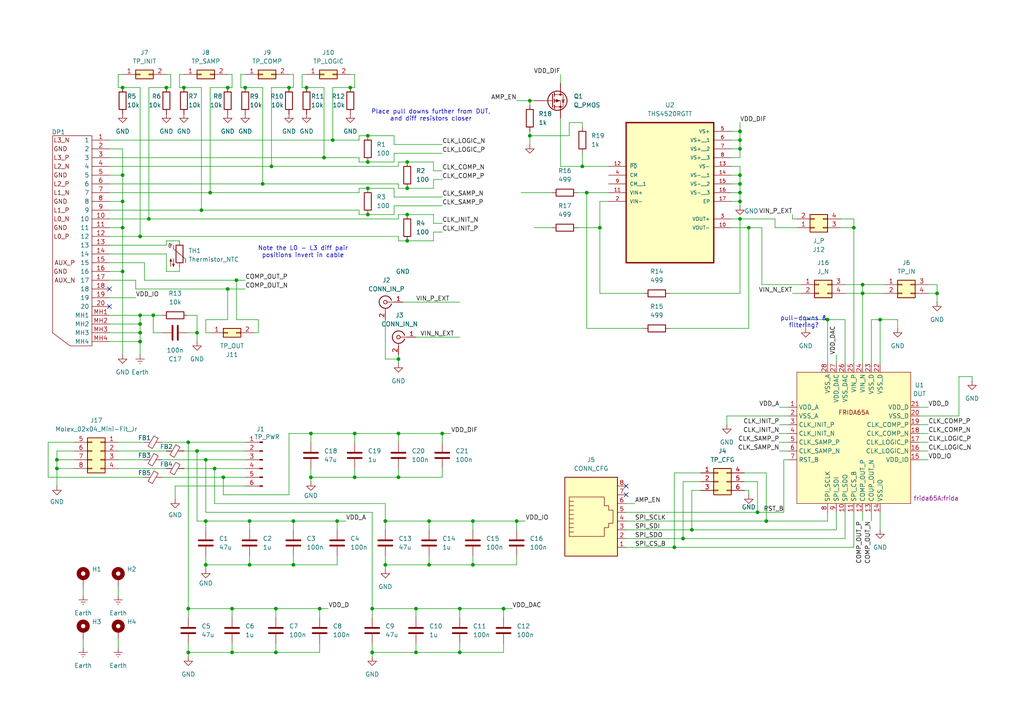
<source format=kicad_sch>
(kicad_sch (version 20250114) (generator "eeschema") (generator_version "9.0")
  (paper "A4")
  (title_block (title "FRIDA65A Single Chip Card") (date "2025-11-11") (rev "1.0") (company "SiLab, Universität Bonn") (comment 1 "K. Caisley, H. Krüger, C. Bespin"))
  (text "Note the L0 - L3 diff pair\npositions invert in cable" (at 87.884 73.152 0) (effects (font (size 1.27 1.27))))
  (text "pull-downs &\nfiltering?" (at 233.172 93.472 0) (effects (font (size 1.27 1.27))))
  (text "Place pull downs further from DUT,\nand diff resistors closer" (at 124.968 33.528 0) (effects (font (size 1.27 1.27))))
  (junction (at 137.16 163.83))
  (junction (at 168.91 48.26))
  (junction (at 173.99 66.04))
  (junction (at 64.77 138.43))
  (junction (at 60.96 55.88))
  (junction (at 80.01 176.53))
  (junction (at 128.27 125.73))
  (junction (at 16.51 133.35))
  (junction (at 58.42 60.96))
  (junction (at 35.56 66.04))
  (junction (at 124.46 163.83))
  (junction (at 153.67 29.21))
  (junction (at 48.26 25.4))
  (junction (at 214.63 38.1))
  (junction (at 54.61 176.53))
  (junction (at 66.04 83.82))
  (junction (at 35.56 78.74))
  (junction (at 250.19 82.55))
  (junction (at 67.31 189.23))
  (junction (at 83.82 25.4))
  (junction (at 85.09 151.13))
  (junction (at 106.68 62.23))
  (junction (at 102.87 125.73))
  (junction (at 118.11 69.85))
  (junction (at 57.15 96.52))
  (junction (at 35.56 25.4))
  (junction (at 78.74 48.26))
  (junction (at 111.76 151.13))
  (junction (at 124.46 151.13))
  (junction (at 214.63 63.5))
  (junction (at 59.69 133.35))
  (junction (at 120.65 189.23))
  (junction (at 217.17 66.04))
  (junction (at 40.64 68.58))
  (junction (at 80.01 189.23))
  (junction (at 40.64 99.06))
  (junction (at 222.25 151.13))
  (junction (at 118.11 62.23))
  (junction (at 59.69 151.13))
  (junction (at 72.39 163.83))
  (junction (at 133.35 189.23))
  (junction (at 107.95 176.53))
  (junction (at 68.58 81.28))
  (junction (at 53.34 25.4))
  (junction (at 90.17 138.43))
  (junction (at 250.19 85.09))
  (junction (at 54.61 128.27))
  (junction (at 271.78 85.09))
  (junction (at 219.71 148.59))
  (junction (at 247.65 66.04))
  (junction (at 214.63 40.64))
  (junction (at 93.98 45.72))
  (junction (at 137.16 151.13))
  (junction (at 111.76 163.83))
  (junction (at 62.23 135.89))
  (junction (at 67.31 176.53))
  (junction (at 153.67 39.37))
  (junction (at 214.63 58.42))
  (junction (at 120.65 176.53))
  (junction (at 195.58 158.75))
  (junction (at 101.6 25.4))
  (junction (at 214.63 43.18))
  (junction (at 54.61 189.23))
  (junction (at 96.52 40.64))
  (junction (at 76.2 53.34))
  (junction (at 43.18 63.5))
  (junction (at 133.35 176.53))
  (junction (at 102.87 138.43))
  (junction (at 44.45 91.44))
  (junction (at 35.56 50.8))
  (junction (at 40.64 96.52))
  (junction (at 97.79 151.13))
  (junction (at 71.12 25.4))
  (junction (at 214.63 50.8))
  (junction (at 240.03 92.71))
  (junction (at 90.17 125.73))
  (junction (at 106.68 54.61))
  (junction (at 198.12 156.21))
  (junction (at 200.66 153.67))
  (junction (at 40.64 93.98))
  (junction (at 149.86 151.13))
  (junction (at 59.69 163.83))
  (junction (at 66.04 25.4))
  (junction (at 88.9 25.4))
  (junction (at 106.68 39.37))
  (junction (at 107.95 189.23))
  (junction (at 118.11 54.61))
  (junction (at 118.11 46.99))
  (junction (at 115.57 104.14))
  (junction (at 92.71 176.53))
  (junction (at 214.63 53.34))
  (junction (at 146.05 176.53))
  (junction (at 16.51 135.89))
  (junction (at 115.57 125.73))
  (junction (at 170.18 55.88))
  (junction (at 115.57 138.43))
  (junction (at 85.09 163.83))
  (junction (at 35.56 58.42))
  (junction (at 106.68 46.99))
  (junction (at 57.15 130.81))
  (junction (at 40.64 91.44))
  (junction (at 72.39 151.13))
  (junction (at 214.63 55.88))
  (junction (at 255.27 92.71))
  (no_connect (at 181.61 143.51))
  (no_connect (at 31.75 83.82))
  (no_connect (at 181.61 140.97))
  (no_connect (at 31.75 88.9))
  (wire (pts (xy 83.82 125.73) (xy 90.17 125.73)))
  (wire (pts (xy 60.96 25.4) (xy 66.04 25.4)))
  (wire (pts (xy 58.42 60.96) (xy 104.14 60.96)))
  (wire (pts (xy 93.98 45.72) (xy 104.14 45.72)))
  (wire (pts (xy 124.46 163.83) (xy 137.16 163.83)))
  (wire (pts (xy 240.03 148.59) (xy 240.03 151.13)))
  (wire (pts (xy 31.75 91.44) (xy 40.64 91.44)))
  (wire (pts (xy 31.75 58.42) (xy 35.56 58.42)))
  (wire (pts (xy 46.99 133.35) (xy 59.69 133.35)))
  (wire (pts (xy 242.57 148.59) (xy 242.57 153.67)))
  (wire (pts (xy 59.69 163.83) (xy 59.69 165.1)))
  (wire (pts (xy 153.67 29.21) (xy 153.67 30.48)))
  (wire (pts (xy 195.58 158.75) (xy 195.58 137.16)))
  (wire (pts (xy 124.46 151.13) (xy 137.16 151.13)))
  (wire (pts (xy 71.12 21.59) (xy 69.85 21.59)))
  (wire (pts (xy 52.07 25.4) (xy 53.34 25.4)))
  (wire (pts (xy 247.65 148.59) (xy 247.65 158.75)))
  (wire (pts (xy 153.67 39.37) (xy 153.67 41.91)))
  (wire (pts (xy 200.66 142.24) (xy 200.66 153.67)))
  (wire (pts (xy 104.14 60.96) (xy 104.14 62.23)))
  (wire (pts (xy 49.53 21.59) (xy 49.53 25.4)))
  (wire (pts (xy 125.73 54.61) (xy 125.73 52.07)))
  (wire (pts (xy 118.11 46.99) (xy 125.73 46.99)))
  (wire (pts (xy 219.71 148.59) (xy 227.33 148.59)))
  (wire (pts (xy 217.17 142.24) (xy 217.17 143.51)))
  (wire (pts (xy 80.01 189.23) (xy 92.71 189.23)))
  (wire (pts (xy 16.51 135.89) (xy 21.59 135.89)))
  (wire (pts (xy 31.75 76.2) (xy 41.91 76.2)))
  (wire (pts (xy 39.37 83.82) (xy 66.04 83.82)))
  (wire (pts (xy 167.64 66.04) (xy 173.99 66.04)))
  (wire (pts (xy 48.26 69.85) (xy 52.07 69.85)))
  (wire (pts (xy 214.63 53.34) (xy 214.63 55.88)))
  (wire (pts (xy 104.14 40.64) (xy 104.14 39.37)))
  (wire (pts (xy 118.11 62.23) (xy 125.73 62.23)))
  (wire (pts (xy 227.33 133.35) (xy 227.33 148.59)))
  (wire (pts (xy 90.17 138.43) (xy 90.17 139.7)))
  (wire (pts (xy 64.77 138.43) (xy 71.12 138.43)))
  (wire (pts (xy 85.09 21.59) (xy 85.09 25.4)))
  (wire (pts (xy 194.31 85.09) (xy 214.63 85.09)))
  (wire (pts (xy 200.66 153.67) (xy 242.57 153.67)))
  (wire (pts (xy 214.63 48.26) (xy 214.63 50.8)))
  (wire (pts (xy 54.61 189.23) (xy 67.31 189.23)))
  (wire (pts (xy 250.19 85.09) (xy 250.19 105.41)))
  (wire (pts (xy 64.77 143.51) (xy 83.82 143.51)))
  (wire (pts (xy 101.6 21.59) (xy 102.87 21.59)))
  (wire (pts (xy 240.03 92.71) (xy 245.11 92.71)))
  (wire (pts (xy 115.57 135.89) (xy 115.57 138.43)))
  (wire (pts (xy 115.57 104.14) (xy 115.57 105.41)))
  (wire (pts (xy 64.77 138.43) (xy 46.99 138.43)))
  (wire (pts (xy 54.61 186.69) (xy 54.61 189.23)))
  (wire (pts (xy 68.58 81.28) (xy 71.12 81.28)))
  (wire (pts (xy 31.75 63.5) (xy 43.18 63.5)))
  (wire (pts (xy 41.91 81.28) (xy 68.58 81.28)))
  (wire (pts (xy 62.23 135.89) (xy 62.23 146.05)))
  (wire (pts (xy 59.69 161.29) (xy 59.69 163.83)))
  (wire (pts (xy 120.65 189.23) (xy 133.35 189.23)))
  (wire (pts (xy 104.14 62.23) (xy 106.68 62.23)))
  (wire (pts (xy 85.09 161.29) (xy 85.09 163.83)))
  (wire (pts (xy 114.3 41.91) (xy 128.27 41.91)))
  (wire (pts (xy 40.64 96.52) (xy 40.64 99.06)))
  (wire (pts (xy 57.15 130.81) (xy 71.12 130.81)))
  (wire (pts (xy 104.14 46.99) (xy 106.68 46.99)))
  (wire (pts (xy 93.98 25.4) (xy 93.98 45.72)))
  (wire (pts (xy 137.16 161.29) (xy 137.16 163.83)))
  (wire (pts (xy 154.94 66.04) (xy 160.02 66.04)))
  (wire (pts (xy 31.75 71.12) (xy 48.26 71.12)))
  (wire (pts (xy 114.3 62.23) (xy 114.3 59.69)))
  (wire (pts (xy 104.14 54.61) (xy 106.68 54.61)))
  (wire (pts (xy 107.95 190.5) (xy 107.95 189.23)))
  (wire (pts (xy 153.67 29.21) (xy 154.94 29.21)))
  (wire (pts (xy 40.64 68.58) (xy 115.57 68.58)))
  (wire (pts (xy 212.09 38.1) (xy 214.63 38.1)))
  (wire (pts (xy 215.9 142.24) (xy 217.17 142.24)))
  (wire (pts (xy 16.51 135.89) (xy 16.51 140.97)))
  (wire (pts (xy 72.39 161.29) (xy 72.39 163.83)))
  (wire (pts (xy 125.73 67.31) (xy 128.27 67.31)))
  (wire (pts (xy 115.57 62.23) (xy 118.11 62.23)))
  (wire (pts (xy 59.69 96.52) (xy 59.69 92.71)))
  (wire (pts (xy 260.35 92.71) (xy 260.35 95.25)))
  (wire (pts (xy 137.16 163.83) (xy 149.86 163.83)))
  (wire (pts (xy 21.59 130.81) (xy 16.51 130.81)))
  (wire (pts (xy 233.68 92.71) (xy 233.68 95.25)))
  (wire (pts (xy 224.79 63.5) (xy 214.63 63.5)))
  (wire (pts (xy 128.27 125.73) (xy 128.27 128.27)))
  (wire (pts (xy 198.12 156.21) (xy 245.11 156.21)))
  (wire (pts (xy 60.96 55.88) (xy 104.14 55.88)))
  (wire (pts (xy 60.96 25.4) (xy 60.96 55.88)))
  (wire (pts (xy 137.16 151.13) (xy 149.86 151.13)))
  (wire (pts (xy 281.94 109.22) (xy 281.94 110.49)))
  (wire (pts (xy 226.06 123.19) (xy 228.6 123.19)))
  (wire (pts (xy 40.64 91.44) (xy 40.64 93.98)))
  (wire (pts (xy 31.75 60.96) (xy 58.42 60.96)))
  (wire (pts (xy 212.09 66.04) (xy 217.17 66.04)))
  (wire (pts (xy 78.74 25.4) (xy 83.82 25.4)))
  (wire (pts (xy 133.35 186.69) (xy 133.35 189.23)))
  (wire (pts (xy 83.82 143.51) (xy 83.82 125.73)))
  (wire (pts (xy 106.68 54.61) (xy 114.3 54.61)))
  (wire (pts (xy 87.63 21.59) (xy 87.63 25.4)))
  (wire (pts (xy 74.93 96.52) (xy 74.93 92.71)))
  (wire (pts (xy 115.57 125.73) (xy 115.57 128.27)))
  (wire (pts (xy 115.57 102.87) (xy 115.57 104.14)))
  (wire (pts (xy 46.99 96.52) (xy 44.45 96.52)))
  (wire (pts (xy 31.75 53.34) (xy 76.2 53.34)))
  (wire (pts (xy 50.8 140.97) (xy 71.12 140.97)))
  (wire (pts (xy 72.39 151.13) (xy 72.39 153.67)))
  (wire (pts (xy 146.05 176.53) (xy 146.05 179.07)))
  (wire (pts (xy 13.97 128.27) (xy 13.97 138.43)))
  (wire (pts (xy 114.3 54.61) (xy 114.3 57.15)))
  (wire (pts (xy 57.15 130.81) (xy 57.15 151.13)))
  (wire (pts (xy 245.11 85.09) (xy 250.19 85.09)))
  (wire (pts (xy 24.13 170.18) (xy 24.13 172.72)))
  (wire (pts (xy 149.86 151.13) (xy 149.86 153.67)))
  (wire (pts (xy 69.85 25.4) (xy 71.12 25.4)))
  (wire (pts (xy 215.9 137.16) (xy 222.25 137.16)))
  (wire (pts (xy 214.63 50.8) (xy 214.63 53.34)))
  (wire (pts (xy 210.82 120.65) (xy 228.6 120.65)))
  (wire (pts (xy 85.09 151.13) (xy 97.79 151.13)))
  (wire (pts (xy 62.23 135.89) (xy 71.12 135.89)))
  (wire (pts (xy 57.15 91.44) (xy 57.15 96.52)))
  (wire (pts (xy 90.17 138.43) (xy 102.87 138.43)))
  (wire (pts (xy 250.19 148.59) (xy 250.19 151.13)))
  (wire (pts (xy 226.06 130.81) (xy 228.6 130.81)))
  (wire (pts (xy 165.1 39.37) (xy 165.1 35.56)))
  (wire (pts (xy 85.09 151.13) (xy 85.09 153.67)))
  (wire (pts (xy 173.99 58.42) (xy 176.53 58.42)))
  (wire (pts (xy 104.14 45.72) (xy 104.14 46.99)))
  (wire (pts (xy 269.24 85.09) (xy 271.78 85.09)))
  (wire (pts (xy 186.69 95.25) (xy 170.18 95.25)))
  (wire (pts (xy 97.79 151.13) (xy 97.79 153.67)))
  (wire (pts (xy 229.87 63.5) (xy 231.14 63.5)))
  (wire (pts (xy 229.87 62.23) (xy 229.87 63.5)))
  (wire (pts (xy 120.65 97.79) (xy 133.35 97.79)))
  (wire (pts (xy 53.34 135.89) (xy 62.23 135.89)))
  (wire (pts (xy 115.57 46.99) (xy 118.11 46.99)))
  (wire (pts (xy 125.73 62.23) (xy 125.73 64.77)))
  (wire (pts (xy 34.29 170.18) (xy 34.29 172.72)))
  (wire (pts (xy 114.3 39.37) (xy 114.3 41.91)))
  (wire (pts (xy 146.05 186.69) (xy 146.05 189.23)))
  (wire (pts (xy 48.26 21.59) (xy 49.53 21.59)))
  (wire (pts (xy 31.75 86.36) (xy 39.37 86.36)))
  (wire (pts (xy 146.05 176.53) (xy 148.59 176.53)))
  (wire (pts (xy 278.13 109.22) (xy 278.13 120.65)))
  (wire (pts (xy 195.58 158.75) (xy 247.65 158.75)))
  (wire (pts (xy 153.67 38.1) (xy 153.67 39.37)))
  (wire (pts (xy 125.73 46.99) (xy 125.73 49.53)))
  (wire (pts (xy 40.64 91.44) (xy 44.45 91.44)))
  (wire (pts (xy 111.76 163.83) (xy 111.76 165.1)))
  (wire (pts (xy 181.61 146.05) (xy 184.15 146.05)))
  (wire (pts (xy 106.68 39.37) (xy 104.14 39.37)))
  (wire (pts (xy 92.71 176.53) (xy 92.71 179.07)))
  (wire (pts (xy 224.79 66.04) (xy 231.14 66.04)))
  (wire (pts (xy 120.65 176.53) (xy 120.65 179.07)))
  (wire (pts (xy 168.91 35.56) (xy 168.91 36.83)))
  (wire (pts (xy 181.61 151.13) (xy 222.25 151.13)))
  (wire (pts (xy 87.63 25.4) (xy 88.9 25.4)))
  (wire (pts (xy 101.6 25.4) (xy 102.87 25.4)))
  (wire (pts (xy 240.03 92.71) (xy 240.03 105.41)))
  (wire (pts (xy 115.57 53.34) (xy 115.57 54.61)))
  (wire (pts (xy 90.17 125.73) (xy 102.87 125.73)))
  (wire (pts (xy 59.69 133.35) (xy 59.69 148.59)))
  (wire (pts (xy 247.65 63.5) (xy 247.65 66.04)))
  (wire (pts (xy 13.97 128.27) (xy 21.59 128.27)))
  (wire (pts (xy 66.04 83.82) (xy 71.12 83.82)))
  (wire (pts (xy 212.09 40.64) (xy 214.63 40.64)))
  (wire (pts (xy 111.76 151.13) (xy 124.46 151.13)))
  (wire (pts (xy 41.91 76.2) (xy 41.91 81.28)))
  (wire (pts (xy 217.17 66.04) (xy 217.17 95.25)))
  (wire (pts (xy 102.87 125.73) (xy 102.87 128.27)))
  (wire (pts (xy 252.73 148.59) (xy 252.73 151.13)))
  (wire (pts (xy 34.29 21.59) (xy 34.29 25.4)))
  (wire (pts (xy 83.82 21.59) (xy 85.09 21.59)))
  (wire (pts (xy 31.75 45.72) (xy 93.98 45.72)))
  (wire (pts (xy 170.18 95.25) (xy 170.18 55.88)))
  (wire (pts (xy 243.84 66.04) (xy 247.65 66.04)))
  (wire (pts (xy 212.09 50.8) (xy 214.63 50.8)))
  (wire (pts (xy 149.86 161.29) (xy 149.86 163.83)))
  (wire (pts (xy 35.56 43.18) (xy 35.56 50.8)))
  (wire (pts (xy 125.73 52.07) (xy 128.27 52.07)))
  (wire (pts (xy 214.63 43.18) (xy 214.63 40.64)))
  (wire (pts (xy 167.64 55.88) (xy 170.18 55.88)))
  (wire (pts (xy 74.93 92.71) (xy 68.58 92.71)))
  (wire (pts (xy 24.13 185.42) (xy 24.13 187.96)))
  (wire (pts (xy 220.98 82.55) (xy 232.41 82.55)))
  (wire (pts (xy 194.31 95.25) (xy 217.17 95.25)))
  (wire (pts (xy 133.35 176.53) (xy 146.05 176.53)))
  (wire (pts (xy 124.46 151.13) (xy 124.46 153.67)))
  (wire (pts (xy 220.98 66.04) (xy 220.98 82.55)))
  (wire (pts (xy 39.37 81.28) (xy 39.37 83.82)))
  (wire (pts (xy 125.73 69.85) (xy 125.73 67.31)))
  (wire (pts (xy 54.61 96.52) (xy 57.15 96.52)))
  (wire (pts (xy 62.23 146.05) (xy 111.76 146.05)))
  (wire (pts (xy 31.75 66.04) (xy 35.56 66.04)))
  (wire (pts (xy 67.31 21.59) (xy 67.31 25.4)))
  (wire (pts (xy 68.58 81.28) (xy 68.58 92.71)))
  (wire (pts (xy 31.75 96.52) (xy 40.64 96.52)))
  (wire (pts (xy 83.82 25.4) (xy 85.09 25.4)))
  (wire (pts (xy 107.95 186.69) (xy 107.95 189.23)))
  (wire (pts (xy 31.75 73.66) (xy 48.26 73.66)))
  (wire (pts (xy 111.76 104.14) (xy 115.57 104.14)))
  (wire (pts (xy 212.09 55.88) (xy 214.63 55.88)))
  (wire (pts (xy 39.37 81.28) (xy 31.75 81.28)))
  (wire (pts (xy 67.31 186.69) (xy 67.31 189.23)))
  (wire (pts (xy 35.56 78.74) (xy 35.56 102.87)))
  (wire (pts (xy 96.52 25.4) (xy 101.6 25.4)))
  (wire (pts (xy 16.51 133.35) (xy 21.59 133.35)))
  (wire (pts (xy 115.57 63.5) (xy 115.57 62.23)))
  (wire (pts (xy 88.9 25.4) (xy 93.98 25.4)))
  (wire (pts (xy 133.35 176.53) (xy 133.35 179.07)))
  (wire (pts (xy 34.29 25.4) (xy 35.56 25.4)))
  (wire (pts (xy 250.19 85.09) (xy 256.54 85.09)))
  (wire (pts (xy 102.87 125.73) (xy 115.57 125.73)))
  (wire (pts (xy 266.7 123.19) (xy 269.24 123.19)))
  (wire (pts (xy 181.61 158.75) (xy 195.58 158.75)))
  (wire (pts (xy 31.75 93.98) (xy 40.64 93.98)))
  (wire (pts (xy 252.73 92.71) (xy 255.27 92.71)))
  (wire (pts (xy 255.27 148.59) (xy 255.27 153.67)))
  (wire (pts (xy 198.12 156.21) (xy 198.12 139.7)))
  (wire (pts (xy 162.56 34.29) (xy 162.56 48.26)))
  (wire (pts (xy 266.7 133.35) (xy 269.24 133.35)))
  (wire (pts (xy 40.64 93.98) (xy 40.64 96.52)))
  (wire (pts (xy 214.63 63.5) (xy 214.63 85.09)))
  (wire (pts (xy 149.86 29.21) (xy 153.67 29.21)))
  (wire (pts (xy 181.61 153.67) (xy 200.66 153.67)))
  (wire (pts (xy 114.3 57.15) (xy 128.27 57.15)))
  (wire (pts (xy 116.84 87.63) (xy 133.35 87.63)))
  (wire (pts (xy 115.57 54.61) (xy 118.11 54.61)))
  (wire (pts (xy 168.91 48.26) (xy 168.91 44.45)))
  (wire (pts (xy 43.18 25.4) (xy 43.18 63.5)))
  (wire (pts (xy 271.78 82.55) (xy 271.78 85.09)))
  (wire (pts (xy 215.9 139.7) (xy 219.71 139.7)))
  (wire (pts (xy 111.76 161.29) (xy 111.76 163.83)))
  (wire (pts (xy 34.29 135.89) (xy 48.26 135.89)))
  (wire (pts (xy 102.87 138.43) (xy 115.57 138.43)))
  (wire (pts (xy 170.18 55.88) (xy 176.53 55.88)))
  (wire (pts (xy 73.66 96.52) (xy 74.93 96.52)))
  (wire (pts (xy 31.75 68.58) (xy 40.64 68.58)))
  (wire (pts (xy 243.84 63.5) (xy 247.65 63.5)))
  (wire (pts (xy 162.56 48.26) (xy 168.91 48.26)))
  (wire (pts (xy 59.69 133.35) (xy 71.12 133.35)))
  (wire (pts (xy 76.2 25.4) (xy 76.2 53.34)))
  (wire (pts (xy 35.56 58.42) (xy 35.56 66.04)))
  (wire (pts (xy 214.63 55.88) (xy 214.63 58.42)))
  (wire (pts (xy 31.75 40.64) (xy 96.52 40.64)))
  (wire (pts (xy 106.68 46.99) (xy 114.3 46.99)))
  (wire (pts (xy 48.26 25.4) (xy 49.53 25.4)))
  (wire (pts (xy 31.75 55.88) (xy 60.96 55.88)))
  (wire (pts (xy 125.73 64.77) (xy 128.27 64.77)))
  (wire (pts (xy 80.01 186.69) (xy 80.01 189.23)))
  (wire (pts (xy 107.95 176.53) (xy 107.95 179.07)))
  (wire (pts (xy 278.13 120.65) (xy 266.7 120.65)))
  (wire (pts (xy 181.61 148.59) (xy 219.71 148.59)))
  (wire (pts (xy 115.57 138.43) (xy 128.27 138.43)))
  (wire (pts (xy 53.34 130.81) (xy 57.15 130.81)))
  (wire (pts (xy 96.52 25.4) (xy 96.52 40.64)))
  (wire (pts (xy 229.87 85.09) (xy 232.41 85.09)))
  (wire (pts (xy 54.61 176.53) (xy 54.61 179.07)))
  (wire (pts (xy 66.04 21.59) (xy 67.31 21.59)))
  (wire (pts (xy 54.61 176.53) (xy 67.31 176.53)))
  (wire (pts (xy 59.69 151.13) (xy 59.69 153.67)))
  (wire (pts (xy 96.52 40.64) (xy 104.14 40.64)))
  (wire (pts (xy 210.82 120.65) (xy 210.82 123.19)))
  (wire (pts (xy 52.07 21.59) (xy 52.07 25.4)))
  (wire (pts (xy 67.31 189.23) (xy 80.01 189.23)))
  (wire (pts (xy 212.09 45.72) (xy 214.63 45.72)))
  (wire (pts (xy 212.09 48.26) (xy 214.63 48.26)))
  (wire (pts (xy 57.15 96.52) (xy 57.15 99.06)))
  (wire (pts (xy 66.04 83.82) (xy 66.04 92.71)))
  (wire (pts (xy 168.91 48.26) (xy 176.53 48.26)))
  (wire (pts (xy 107.95 148.59) (xy 107.95 176.53)))
  (wire (pts (xy 111.76 163.83) (xy 124.46 163.83)))
  (wire (pts (xy 186.69 85.09) (xy 173.99 85.09)))
  (wire (pts (xy 50.8 140.97) (xy 50.8 144.78)))
  (wire (pts (xy 111.76 146.05) (xy 111.76 151.13)))
  (wire (pts (xy 214.63 45.72) (xy 214.63 43.18)))
  (wire (pts (xy 80.01 176.53) (xy 80.01 179.07)))
  (wire (pts (xy 245.11 92.71) (xy 245.11 105.41)))
  (wire (pts (xy 226.06 118.11) (xy 228.6 118.11)))
  (wire (pts (xy 114.3 46.99) (xy 114.3 44.45)))
  (wire (pts (xy 173.99 66.04) (xy 173.99 58.42)))
  (wire (pts (xy 69.85 21.59) (xy 69.85 25.4)))
  (wire (pts (xy 266.7 125.73) (xy 269.24 125.73)))
  (wire (pts (xy 31.75 99.06) (xy 40.64 99.06)))
  (wire (pts (xy 43.18 63.5) (xy 115.57 63.5)))
  (wire (pts (xy 124.46 161.29) (xy 124.46 163.83)))
  (wire (pts (xy 97.79 151.13) (xy 100.33 151.13)))
  (wire (pts (xy 226.06 128.27) (xy 228.6 128.27)))
  (wire (pts (xy 13.97 138.43) (xy 41.91 138.43)))
  (wire (pts (xy 240.03 92.71) (xy 233.68 92.71)))
  (wire (pts (xy 35.56 21.59) (xy 34.29 21.59)))
  (wire (pts (xy 125.73 49.53) (xy 128.27 49.53)))
  (wire (pts (xy 198.12 139.7) (xy 203.2 139.7)))
  (wire (pts (xy 212.09 53.34) (xy 214.63 53.34)))
  (wire (pts (xy 107.95 176.53) (xy 120.65 176.53)))
  (wire (pts (xy 115.57 125.73) (xy 128.27 125.73)))
  (wire (pts (xy 67.31 176.53) (xy 80.01 176.53)))
  (wire (pts (xy 35.56 66.04) (xy 35.56 78.74)))
  (wire (pts (xy 88.9 21.59) (xy 87.63 21.59)))
  (wire (pts (xy 245.11 82.55) (xy 250.19 82.55)))
  (wire (pts (xy 40.64 99.06) (xy 40.64 102.87)))
  (wire (pts (xy 59.69 148.59) (xy 107.95 148.59)))
  (wire (pts (xy 226.06 125.73) (xy 228.6 125.73)))
  (wire (pts (xy 48.26 71.12) (xy 48.26 69.85)))
  (wire (pts (xy 46.99 128.27) (xy 54.61 128.27)))
  (wire (pts (xy 224.79 66.04) (xy 224.79 63.5)))
  (wire (pts (xy 120.65 176.53) (xy 133.35 176.53)))
  (wire (pts (xy 60.96 96.52) (xy 59.69 96.52)))
  (wire (pts (xy 102.87 21.59) (xy 102.87 25.4)))
  (wire (pts (xy 107.95 189.23) (xy 120.65 189.23)))
  (wire (pts (xy 111.76 92.71) (xy 111.76 104.14)))
  (wire (pts (xy 120.65 186.69) (xy 120.65 189.23)))
  (wire (pts (xy 59.69 163.83) (xy 72.39 163.83)))
  (wire (pts (xy 34.29 133.35) (xy 41.91 133.35)))
  (wire (pts (xy 58.42 25.4) (xy 58.42 60.96)))
  (wire (pts (xy 54.61 128.27) (xy 71.12 128.27)))
  (wire (pts (xy 90.17 125.73) (xy 90.17 128.27)))
  (wire (pts (xy 247.65 66.04) (xy 247.65 105.41)))
  (wire (pts (xy 31.75 50.8) (xy 35.56 50.8)))
  (wire (pts (xy 66.04 25.4) (xy 67.31 25.4)))
  (wire (pts (xy 255.27 92.71) (xy 255.27 105.41)))
  (wire (pts (xy 266.7 118.11) (xy 269.24 118.11)))
  (wire (pts (xy 222.25 137.16) (xy 222.25 151.13)))
  (wire (pts (xy 106.68 39.37) (xy 114.3 39.37)))
  (wire (pts (xy 44.45 91.44) (xy 44.45 96.52)))
  (wire (pts (xy 227.33 133.35) (xy 228.6 133.35)))
  (wire (pts (xy 64.77 138.43) (xy 64.77 143.51)))
  (wire (pts (xy 271.78 85.09) (xy 271.78 87.63)))
  (wire (pts (xy 54.61 189.23) (xy 54.61 190.5)))
  (wire (pts (xy 115.57 48.26) (xy 115.57 46.99)))
  (wire (pts (xy 111.76 151.13) (xy 111.76 153.67)))
  (wire (pts (xy 133.35 189.23) (xy 146.05 189.23)))
  (wire (pts (xy 106.68 62.23) (xy 114.3 62.23)))
  (wire (pts (xy 76.2 53.34) (xy 115.57 53.34)))
  (wire (pts (xy 34.29 130.81) (xy 48.26 130.81)))
  (wire (pts (xy 54.61 91.44) (xy 57.15 91.44)))
  (wire (pts (xy 278.13 109.22) (xy 281.94 109.22)))
  (wire (pts (xy 16.51 130.81) (xy 16.51 133.35)))
  (wire (pts (xy 35.56 25.4) (xy 40.64 25.4)))
  (wire (pts (xy 31.75 78.74) (xy 35.56 78.74)))
  (wire (pts (xy 255.27 92.71) (xy 260.35 92.71)))
  (wire (pts (xy 44.45 91.44) (xy 46.99 91.44)))
  (wire (pts (xy 165.1 35.56) (xy 168.91 35.56)))
  (wire (pts (xy 115.57 68.58) (xy 115.57 69.85)))
  (wire (pts (xy 214.63 58.42) (xy 214.63 59.69)))
  (wire (pts (xy 72.39 163.83) (xy 85.09 163.83)))
  (wire (pts (xy 252.73 92.71) (xy 252.73 105.41)))
  (wire (pts (xy 92.71 186.69) (xy 92.71 189.23)))
  (wire (pts (xy 48.26 73.66) (xy 48.26 78.74)))
  (wire (pts (xy 269.24 82.55) (xy 271.78 82.55)))
  (wire (pts (xy 212.09 58.42) (xy 214.63 58.42)))
  (wire (pts (xy 72.39 151.13) (xy 85.09 151.13)))
  (wire (pts (xy 48.26 78.74) (xy 52.07 78.74)))
  (wire (pts (xy 242.57 102.87) (xy 242.57 105.41)))
  (wire (pts (xy 195.58 137.16) (xy 203.2 137.16)))
  (wire (pts (xy 53.34 25.4) (xy 58.42 25.4)))
  (wire (pts (xy 181.61 156.21) (xy 198.12 156.21)))
  (wire (pts (xy 102.87 135.89) (xy 102.87 138.43)))
  (wire (pts (xy 43.18 25.4) (xy 48.26 25.4)))
  (wire (pts (xy 214.63 35.56) (xy 214.63 38.1)))
  (wire (pts (xy 35.56 50.8) (xy 35.56 58.42)))
  (wire (pts (xy 114.3 44.45) (xy 128.27 44.45)))
  (wire (pts (xy 40.64 25.4) (xy 40.64 68.58)))
  (wire (pts (xy 52.07 78.74) (xy 52.07 77.47)))
  (wire (pts (xy 31.75 43.18) (xy 35.56 43.18)))
  (wire (pts (xy 34.29 128.27) (xy 41.91 128.27)))
  (wire (pts (xy 214.63 40.64) (xy 214.63 38.1)))
  (wire (pts (xy 92.71 176.53) (xy 95.25 176.53)))
  (wire (pts (xy 250.19 85.09) (xy 250.19 82.55)))
  (wire (pts (xy 114.3 59.69) (xy 128.27 59.69)))
  (wire (pts (xy 53.34 21.59) (xy 52.07 21.59)))
  (wire (pts (xy 118.11 54.61) (xy 125.73 54.61)))
  (wire (pts (xy 217.17 66.04) (xy 220.98 66.04)))
  (wire (pts (xy 214.63 63.5) (xy 212.09 63.5)))
  (wire (pts (xy 128.27 135.89) (xy 128.27 138.43)))
  (wire (pts (xy 153.67 39.37) (xy 165.1 39.37)))
  (wire (pts (xy 149.86 151.13) (xy 152.4 151.13)))
  (wire (pts (xy 90.17 135.89) (xy 90.17 138.43)))
  (wire (pts (xy 115.57 69.85) (xy 118.11 69.85)))
  (wire (pts (xy 34.29 185.42) (xy 34.29 187.96)))
  (wire (pts (xy 173.99 85.09) (xy 173.99 66.04)))
  (wire (pts (xy 118.11 69.85) (xy 125.73 69.85)))
  (wire (pts (xy 250.19 82.55) (xy 256.54 82.55)))
  (wire (pts (xy 71.12 25.4) (xy 76.2 25.4)))
  (wire (pts (xy 137.16 151.13) (xy 137.16 153.67)))
  (wire (pts (xy 78.74 25.4) (xy 78.74 48.26)))
  (wire (pts (xy 222.25 151.13) (xy 240.03 151.13)))
  (wire (pts (xy 266.7 130.81) (xy 269.24 130.81)))
  (wire (pts (xy 97.79 161.29) (xy 97.79 163.83)))
  (wire (pts (xy 104.14 55.88) (xy 104.14 54.61)))
  (wire (pts (xy 78.74 48.26) (xy 115.57 48.26)))
  (wire (pts (xy 59.69 92.71) (xy 66.04 92.71)))
  (wire (pts (xy 16.51 133.35) (xy 16.51 135.89)))
  (wire (pts (xy 57.15 151.13) (xy 59.69 151.13)))
  (wire (pts (xy 219.71 139.7) (xy 219.71 148.59)))
  (wire (pts (xy 151.13 55.88) (xy 160.02 55.88)))
  (wire (pts (xy 54.61 128.27) (xy 54.61 176.53)))
  (wire (pts (xy 162.56 21.59) (xy 162.56 24.13)))
  (wire (pts (xy 67.31 176.53) (xy 67.31 179.07)))
  (wire (pts (xy 128.27 125.73) (xy 130.81 125.73)))
  (wire (pts (xy 266.7 128.27) (xy 269.24 128.27)))
  (wire (pts (xy 31.75 48.26) (xy 78.74 48.26)))
  (wire (pts (xy 85.09 163.83) (xy 97.79 163.83)))
  (wire (pts (xy 212.09 43.18) (xy 214.63 43.18)))
  (wire (pts (xy 203.2 142.24) (xy 200.66 142.24)))
  (wire (pts (xy 245.11 148.59) (xy 245.11 156.21)))
  (wire (pts (xy 59.69 151.13) (xy 72.39 151.13)))
  (wire (pts (xy 80.01 176.53) (xy 92.71 176.53)))
  (label "VIN_N_EXT" (at 229.87 85.09 180))
  (label "CLK_LOGIC_N" (at 269.24 130.81 0))
  (label "CLK_INIT_N" (at 128.27 64.77 0))
  (label "CLK_SAMP_P" (at 128.27 59.69 0))
  (label "CLK_SAMP_N" (at 226.06 130.81 180))
  (label "CLK_COMP_N" (at 128.27 49.53 0))
  (label "CLK_LOGIC_P" (at 269.24 128.27 0))
  (label "CLK_INIT_N" (at 226.06 125.73 180))
  (label "AMP_EN" (at 184.15 146.05 0))
  (label "CLK_LOGIC_P" (at 128.27 44.45 0))
  (label "VDD_D" (at 269.24 118.11 0))
  (label "VDD_IO" (at 269.24 133.35 0))
  (label "VDD_A" (at 226.06 118.11 180))
  (label "VDD_DAC" (at 242.57 102.87 90))
  (label "VDD_DIF" (at 214.63 35.56 0))
  (label "VIN_P_EXT" (at 229.87 62.23 180))
  (label "VIN_N_EXT" (at 121.92 97.79 0))
  (label "COMP_OUT_P" (at 250.19 151.13 270))
  (label "COMP_OUT_N" (at 252.73 151.13 270))
  (label "VDD_IO" (at 39.37 86.36 0))
  (label "COMP_OUT_P" (at 71.12 81.28 0))
  (label "RST_B" (at 227.33 148.59 180))
  (label "COMP_OUT_N" (at 71.12 83.82 0))
  (label "CLK_COMP_N" (at 269.24 125.73 0))
  (label "SPI_SCLK" (at 184.15 151.13 0))
  (label "VDD_DIF" (at 162.56 21.59 180))
  (label "CLK_COMP_P" (at 269.24 123.19 0))
  (label "CLK_SAMP_N" (at 128.27 57.15 0))
  (label "VIN_P_EXT" (at 120.65 87.63 0))
  (label "CLK_SAMP_P" (at 226.06 128.27 180))
  (label "CLK_INIT_P" (at 226.06 123.19 180))
  (label "CLK_INIT_P" (at 128.27 67.31 0))
  (label "CLK_COMP_P" (at 128.27 52.07 0))
  (label "SPI_SDO" (at 184.15 156.21 0))
  (label "SPI_CS_B" (at 184.15 158.75 0))
  (label "SPI_SDI" (at 184.15 153.67 0))
  (label "VDD_DIF" (at 130.81 125.73 0))
  (label "CLK_LOGIC_N" (at 128.27 41.91 0))
  (label "AMP_EN" (at 149.86 29.21 180))
  (label "VDD_DAC" (at 148.59 176.53 0))
  (label "VDD_IO" (at 152.4 151.13 0))
  (label "VDD_D" (at 95.25 176.53 0))
  (label "VDD_A" (at 100.33 151.13 0))
  (symbol (lib_id "power:GND") (at 90.17 139.7 0) (unit 1)
    (property "Reference" "#PWR02" (effects (hide yes)))
    (property "Value" "GND" (at 90.17 143.764 0))
    (property "Description" "Power symbol creates a global label with name \"GND\" , ground" (effects (hide yes)))
  )
  (symbol (lib_id "Mechanical:MountingHole_Pad") (at 34.29 167.64 0) (unit 1) (in_bom no)
    (property "Reference" "H2" (at 36.83 165.0999 0) (effects (justify left)))
    (property "Value" "MountingHole_Pad" (effects (hide yes)))
    (property "Footprint" "MountingHole:MountingHole_3.2mm_M3_Pad_Via" (effects (hide yes)))
    (property "Description" "Mounting Hole with connection" (effects (hide yes)))
  )
  (symbol (lib_id "power:GND") (at 233.68 95.25 0) (unit 1)
    (property "Reference" "#PWR015" (effects (hide yes)))
    (property "Value" "GND" (at 233.68 100.33 0))
    (property "Description" "Power symbol creates a global label with name \"GND\" , ground" (effects (hide yes)))
  )
  (symbol (lib_id "Device:R") (at 106.68 58.42 0) (unit 1)
    (property "Reference" "R3" (at 109.22 57.1499 0) (effects (justify left)))
    (property "Value" "100" (at 109.22 59.6899 0) (effects (justify left)))
    (property "Footprint" "Resistor_SMD:R_0603_1608Metric" (effects (hide yes)))
    (property "Description" "Resistor" (effects (hide yes)))
  )
  (symbol (lib_id "Device:R") (at 190.5 95.25 90) (unit 1)
    (property "Reference" "R15" (at 190.5 88.9 90))
    (property "Value" "499" (at 190.5 91.44 90))
    (property "Footprint" "Resistor_SMD:R_0603_1608Metric" (effects (hide yes)))
    (property "Description" "Resistor" (effects (hide yes)))
  )
  (symbol (lib_id "frida:Molex_02x04_Mini-Fit_Jr") (at 29.21 130.81 0) (mirror y) (unit 1)
    (property "Reference" "J17" (at 27.94 121.92 0))
    (property "Value" "Molex_02x04_Mini-Fit_Jr" (at 27.94 124.46 0))
    (property "Footprint" "Silab:Molex_Mini-Fit_Jr_02x04_horizontal" (effects (hide yes)))
    (property "Datasheet" "https://www.molex.com/webdocs/datasheets/pdf/en-us/0039291087_PCB_HEADERS.pdf" (effects (hide yes)))
    (property "Description" "Mini-Fit Jr. Header, Dual Row, Right-Angle, with PCB Mounting Flange, 8 Circuits, PA Polyamide Nylon 6/6 94V-0, Tin (Sn) Plating" (effects (hide yes)))
  )
  (symbol (lib_id "frida:THS4520RGTT") (at 194.31 48.26 0) (unit 1)
    (property "Reference" "U2" (at 194.31 30.48 0))
    (property "Value" "THS4520RGTT" (at 194.31 33.02 0))
    (property "Footprint" "frida65A:QFN50P300X300X100-17N" (effects (hide yes)))
  )
  (symbol (lib_id "Device:C") (at 137.16 157.48 0) (unit 1)
    (property "Reference" "C15" (at 140.97 156.2099 0) (effects (justify left)))
    (property "Value" "100n" (at 140.97 158.7499 0) (effects (justify left)))
    (property "Footprint" "Capacitor_SMD:C_0603_1608Metric" (effects (hide yes)))
    (property "Description" "Unpolarized capacitor" (effects (hide yes)))
  )
  (symbol (lib_id "Device:C") (at 115.57 132.08 0) (unit 1)
    (property "Reference" "C20" (at 119.38 130.8099 0) (effects (justify left)))
    (property "Value" "100n" (at 119.38 133.3499 0) (effects (justify left)))
    (property "Footprint" "Capacitor_SMD:C_0603_1608Metric" (effects (hide yes)))
    (property "Description" "Unpolarized capacitor" (effects (hide yes)))
  )
  (symbol (lib_id "Device:C") (at 72.39 157.48 0) (unit 1)
    (property "Reference" "C2" (at 76.2 156.2099 0) (effects (justify left)))
    (property "Value" "1u" (at 76.2 158.7499 0) (effects (justify left)))
    (property "Footprint" "Capacitor_SMD:C_0603_1608Metric" (effects (hide yes)))
    (property "Description" "Unpolarized capacitor" (effects (hide yes)))
  )
  (symbol (lib_id "Connector_Generic:Conn_02x01") (at 40.64 21.59 0) (unit 1)
    (property "Reference" "J7" (at 41.91 15.24 0))
    (property "Value" "TP_INIT" (at 41.91 17.78 0))
    (property "Footprint" "Connector_PinHeader_2.54mm:PinHeader_2x01_P2.54mm_Vertical" (effects (hide yes)))
    (property "Description" "Generic connector, double row, 02x01, this symbol is compatible with counter-clockwise, top-bottom and odd-even numbering schemes., script generated (kicad-library-utils/schlib/autogen/connector/)" (effects (hide yes)))
  )
  (symbol (lib_id "Device:C") (at 102.87 132.08 0) (unit 1)
    (property "Reference" "C19" (at 106.68 130.8099 0) (effects (justify left)))
    (property "Value" "1u" (at 106.68 133.3499 0) (effects (justify left)))
    (property "Footprint" "Capacitor_SMD:C_0603_1608Metric" (effects (hide yes)))
    (property "Description" "Unpolarized capacitor" (effects (hide yes)))
  )
  (symbol (lib_id "Device:C") (at 133.35 182.88 0) (unit 1)
    (property "Reference" "C11" (at 137.16 181.6099 0) (effects (justify left)))
    (property "Value" "100n" (at 137.16 184.1499 0) (effects (justify left)))
    (property "Footprint" "Capacitor_SMD:C_0603_1608Metric" (effects (hide yes)))
    (property "Description" "Unpolarized capacitor" (effects (hide yes)))
  )
  (symbol (lib_id "Device:FerriteBead_Small") (at 50.8 135.89 90) (unit 1)
    (property "Reference" "FB4" (at 48.26 134.62 90))
    (property "Value" "FerriteBead_Small" (effects (hide yes)))
    (property "Footprint" "Resistor_SMD:R_0603_1608Metric" (effects (hide yes)))
    (property "Description" "Ferrite bead, small symbol" (effects (hide yes)))
  )
  (symbol (lib_id "Device:FerriteBead_Small") (at 44.45 128.27 90) (unit 1)
    (property "Reference" "FB1" (at 41.91 127 90))
    (property "Value" "FerriteBead_Small" (effects (hide yes)))
    (property "Footprint" "Resistor_SMD:R_0603_1608Metric" (effects (hide yes)))
    (property "Description" "Ferrite bead, small symbol" (effects (hide yes)))
  )
  (symbol (lib_id "power:GND") (at 101.6 33.02 0) (mirror y) (unit 1)
    (property "Reference" "#PWR030" (effects (hide yes)))
    (property "Value" "GND" (at 101.6 38.1 0))
    (property "Description" "Power symbol creates a global label with name \"GND\" , ground" (effects (hide yes)))
  )
  (symbol (lib_id "Connector:Conn_01x06_Pin") (at 76.2 133.35 0) (mirror y) (unit 1)
    (property "Reference" "J1" (at 75.565 124.46 0))
    (property "Value" "TP_PWR" (at 77.47 126.746 0))
    (property "Footprint" "frida65A:Molex_Mini-Fit_Jr_5569-08A1_2x04_P4.20mm_Horizontal" (effects (hide yes)))
    (property "Description" "Generic connector, single row, 01x06, script generated" (effects (hide yes)))
  )
  (symbol (lib_id "Device:R") (at 190.5 85.09 90) (unit 1)
    (property "Reference" "R14" (at 190.5 78.74 90))
    (property "Value" "499" (at 190.5 81.28 90))
    (property "Footprint" "Resistor_SMD:R_0603_1608Metric" (effects (hide yes)))
    (property "Description" "Resistor" (effects (hide yes)))
  )
  (symbol (lib_id "Device:R") (at 88.9 29.21 0) (unit 1)
    (property "Reference" "R11" (at 90.17 27.94 0) (effects (justify left)))
    (property "Value" "10k" (at 90.17 30.48 0) (effects (justify left)))
    (property "Footprint" "Resistor_SMD:R_0603_1608Metric" (effects (hide yes)))
    (property "Description" "Resistor" (effects (hide yes)))
  )
  (symbol (lib_id "power:GND") (at 53.34 33.02 0) (unit 1)
    (property "Reference" "#PWR025" (effects (hide yes)))
    (property "Value" "GND" (at 53.34 38.1 0))
    (property "Description" "Power symbol creates a global label with name \"GND\" , ground" (effects (hide yes)))
  )
  (symbol (lib_id "Device:R") (at 71.12 29.21 0) (unit 1)
    (property "Reference" "R9" (at 72.39 27.94 0) (effects (justify left)))
    (property "Value" "10k" (at 72.39 30.48 0) (effects (justify left)))
    (property "Footprint" "Resistor_SMD:R_0603_1608Metric" (effects (hide yes)))
    (property "Description" "Resistor" (effects (hide yes)))
  )
  (symbol (lib_id "power:GND") (at 281.94 110.49 0) (unit 1)
    (property "Reference" "#PWR012" (effects (hide yes)))
    (property "Value" "GND" (at 281.94 115.57 0))
    (property "Description" "Power symbol creates a global label with name \"GND\" , ground" (effects (hide yes)))
  )
  (symbol (lib_id "power:GND") (at 214.63 59.69 0) (unit 1)
    (property "Reference" "#PWR022" (effects (hide yes)))
    (property "Value" "GND" (at 217.932 61.214 0))
    (property "Description" "Power symbol creates a global label with name \"GND\" , ground" (effects (hide yes)))
  )
  (symbol (lib_id "Connector_Generic:Conn_02x01") (at 93.98 21.59 0) (unit 1)
    (property "Reference" "J10" (at 95.25 15.24 0))
    (property "Value" "TP_LOGIC" (at 95.25 17.78 0))
    (property "Footprint" "Connector_PinHeader_2.54mm:PinHeader_2x01_P2.54mm_Vertical" (effects (hide yes)))
    (property "Description" "Generic connector, double row, 02x01, this symbol is compatible with counter-clockwise, top-bottom and odd-even numbering schemes., script generated (kicad-library-utils/schlib/autogen/connector/)" (effects (hide yes)))
  )
  (symbol (lib_id "power:GND") (at 83.82 33.02 0) (mirror y) (unit 1)
    (property "Reference" "#PWR028" (effects (hide yes)))
    (property "Value" "GND" (at 83.82 38.1 0))
    (property "Description" "Power symbol creates a global label with name \"GND\" , ground" (effects (hide yes)))
  )
  (symbol (lib_id "Device:R") (at 118.11 66.04 0) (unit 1)
    (property "Reference" "R4" (at 120.65 64.7699 0) (effects (justify left)))
    (property "Value" "100" (at 120.65 67.3099 0) (effects (justify left)))
    (property "Footprint" "Resistor_SMD:R_0603_1608Metric" (effects (hide yes)))
    (property "Description" "Resistor" (effects (hide yes)))
  )
  (symbol (lib_id "power:GND") (at 260.35 95.25 0) (unit 1)
    (property "Reference" "#PWR016" (effects (hide yes)))
    (property "Value" "GND" (at 260.35 100.33 0))
    (property "Description" "Power symbol creates a global label with name \"GND\" , ground" (effects (hide yes)))
  )
  (symbol (lib_id "Device:R") (at 101.6 29.21 0) (mirror y) (unit 1)
    (property "Reference" "R12" (at 100.076 27.94 0) (effects (justify left)))
    (property "Value" "10k" (at 100.076 30.48 0) (effects (justify left)))
    (property "Footprint" "Resistor_SMD:R_0603_1608Metric" (effects (hide yes)))
    (property "Description" "Resistor" (effects (hide yes)))
  )
  (symbol (lib_id "Device:C") (at 124.46 157.48 0) (unit 1)
    (property "Reference" "C14" (at 128.27 156.2099 0) (effects (justify left)))
    (property "Value" "1u" (at 128.27 158.7499 0) (effects (justify left)))
    (property "Footprint" "Capacitor_SMD:C_0603_1608Metric" (effects (hide yes)))
    (property "Description" "Unpolarized capacitor" (effects (hide yes)))
  )
  (symbol (lib_id "dmaps_components:Conn_LEMO") (at 115.57 97.79 0) (unit 1)
    (property "Reference" "J3" (at 115.8875 91.44 0))
    (property "Value" "CONN_IN_N" (at 115.8875 93.98 0))
    (property "Footprint" "Connector_Coaxial:SMA_Amphenol_901-143_Horizontal" (effects (hide yes)))
    (property "Description" "coaxial connector (BNC, SMA, SMB, SMC, Cinch/RCA, ...)" (effects (hide yes)))
  )
  (symbol (lib_id "power:GND") (at 50.8 144.78 0) (unit 1)
    (property "Reference" "#PWR031" (effects (hide yes)))
    (property "Value" "GND" (at 50.8 149.352 0))
    (property "Description" "Power symbol creates a global label with name \"GND\" , ground" (effects (hide yes)))
  )
  (symbol (lib_id "Device:C") (at 128.27 132.08 0) (unit 1)
    (property "Reference" "C21" (at 132.08 130.8099 0) (effects (justify left)))
    (property "Value" "100n" (at 132.08 133.3499 0) (effects (justify left)))
    (property "Footprint" "Capacitor_SMD:C_0603_1608Metric" (effects (hide yes)))
    (property "Description" "Unpolarized capacitor" (effects (hide yes)))
  )
  (symbol (lib_id "Device:R") (at 66.04 29.21 0) (mirror y) (unit 1)
    (property "Reference" "R8" (at 64.516 27.94 0) (effects (justify left)))
    (property "Value" "10k" (at 64.516 30.48 0) (effects (justify left)))
    (property "Footprint" "Resistor_SMD:R_0603_1608Metric" (effects (hide yes)))
    (property "Description" "Resistor" (effects (hide yes)))
  )
  (symbol (lib_id "frida:frida_pad") (at 231.14 146.05 0) (unit 1)
    (property "Reference" "U1" (at 266.7 111.6898 0))
    (property "Value" "DUT" (at 266.7 114.2298 0))
    (property "Footprint" "frida65A:frida" (at 271.526 144.526 0))
  )
  (symbol (lib_id "Device:C") (at 111.76 157.48 0) (unit 1)
    (property "Reference" "C13" (at 115.57 156.2099 0) (effects (justify left)))
    (property "Value" "47u" (at 115.57 158.7499 0) (effects (justify left)))
    (property "Footprint" "Capacitor_SMD:C_0603_1608Metric" (effects (hide yes)))
    (property "Description" "Unpolarized capacitor" (effects (hide yes)))
  )
  (symbol (lib_id "Device:R") (at 153.67 34.29 180) (unit 1)
    (property "Reference" "R18" (at 156.21 33.0199 0) (effects (justify right)))
    (property "Value" "1k" (at 156.21 35.5599 0) (effects (justify right)))
    (property "Footprint" "Resistor_SMD:R_0603_1608Metric" (effects (hide yes)))
    (property "Description" "Resistor" (effects (hide yes)))
  )
  (symbol (lib_id "power:GND") (at 71.12 33.02 0) (unit 1)
    (property "Reference" "#PWR027" (effects (hide yes)))
    (property "Value" "GND" (at 71.12 38.1 0))
    (property "Description" "Power symbol creates a global label with name \"GND\" , ground" (effects (hide yes)))
  )
  (symbol (lib_id "Device:C") (at 67.31 182.88 0) (unit 1)
    (property "Reference" "C6" (at 71.12 181.6099 0) (effects (justify left)))
    (property "Value" "1u" (at 71.12 184.1499 0) (effects (justify left)))
    (property "Footprint" "Capacitor_SMD:C_0603_1608Metric" (effects (hide yes)))
    (property "Description" "Unpolarized capacitor" (effects (hide yes)))
  )
  (symbol (lib_id "Device:Thermistor_NTC") (at 52.07 73.66 0) (unit 1)
    (property "Reference" "TH1" (at 54.61 72.7074 0) (effects (justify left)))
    (property "Value" "Thermistor_NTC" (at 54.61 75.2474 0) (effects (justify left)))
    (property "Footprint" "Resistor_SMD:R_0603_1608Metric" (effects (hide yes)))
    (property "Description" "Temperature dependent resistor, negative temperature coefficient" (effects (hide yes)))
  )
  (symbol (lib_id "Device:R") (at 48.26 29.21 0) (mirror y) (unit 1)
    (property "Reference" "R6" (at 46.736 27.94 0) (effects (justify left)))
    (property "Value" "10k" (at 46.736 30.48 0) (effects (justify left)))
    (property "Footprint" "Resistor_SMD:R_0603_1608Metric" (effects (hide yes)))
    (property "Description" "Resistor" (effects (hide yes)))
  )
  (symbol (lib_id "Device:R") (at 163.83 55.88 90) (unit 1)
    (property "Reference" "R16" (at 163.83 49.53 90))
    (property "Value" "499" (at 163.83 52.07 90))
    (property "Footprint" "Resistor_SMD:R_0603_1608Metric" (effects (hide yes)))
    (property "Description" "Resistor" (effects (hide yes)))
  )
  (symbol (lib_id "power:GND") (at 48.26 33.02 0) (mirror y) (unit 1)
    (property "Reference" "#PWR024" (effects (hide yes)))
    (property "Value" "GND" (at 48.26 38.1 0))
    (property "Description" "Power symbol creates a global label with name \"GND\" , ground" (effects (hide yes)))
  )
  (symbol (lib_id "power:Earth") (at 40.64 102.87 0) (unit 1)
    (property "Reference" "#PWR09" (effects (hide yes)))
    (property "Value" "Earth" (at 40.64 107.95 0))
    (property "Description" "Power symbol creates a global label with name \"Earth\"" (effects (hide yes)))
  )
  (symbol (lib_id "Device:C") (at 120.65 182.88 0) (unit 1)
    (property "Reference" "C10" (at 124.46 181.6099 0) (effects (justify left)))
    (property "Value" "1u" (at 124.46 184.1499 0) (effects (justify left)))
    (property "Footprint" "Capacitor_SMD:C_0603_1608Metric" (effects (hide yes)))
    (property "Description" "Unpolarized capacitor" (effects (hide yes)))
  )
  (symbol (lib_id "power:GND") (at 111.76 165.1 0) (unit 1)
    (property "Reference" "#PWR03" (effects (hide yes)))
    (property "Value" "GND" (at 111.76 170.18 0))
    (property "Description" "Power symbol creates a global label with name \"GND\" , ground" (effects (hide yes)))
  )
  (symbol (lib_id "silab:DP Molex 47272-0024") (at 15.24 69.85 0) (unit 1)
    (property "Reference" "DP1" (at 14.986 37.592 0) (effects (justify left top)))
    (property "Value" "DP" (effects (hide yes)))
    (property "Footprint" "frida65A:displayport" (effects (hide yes)))
    (property "Height" "6.65" (effects (hide yes)))
    (property "Manufacturer_Name" "Molex" (effects (hide yes)))
    (property "Manufacturer_Part_Number" "47272-0024" (effects (hide yes)))
    (property "Mouser Part Number" "538-47272-0024" (effects (hide yes)))
    (property "Mouser Price/Stock" "https://www.mouser.co.uk/ProductDetail/Molex/47272-0024/?qs=rg3U%2F5nEhHfnHvrPNTqZnQ%3D%3D" (effects (hide yes)))
  )
  (symbol (lib_id "Device:C") (at 80.01 182.88 0) (unit 1)
    (property "Reference" "C7" (at 83.82 181.6099 0) (effects (justify left)))
    (property "Value" "100n" (at 83.82 184.1499 0) (effects (justify left)))
    (property "Footprint" "Capacitor_SMD:C_0603_1608Metric" (effects (hide yes)))
    (property "Description" "Unpolarized capacitor" (effects (hide yes)))
  )
  (symbol (lib_id "Mechanical:MountingHole_Pad") (at 24.13 182.88 0) (unit 1) (in_bom no)
    (property "Reference" "H3" (at 26.67 180.3399 0) (effects (justify left)))
    (property "Value" "MountingHole_Pad" (effects (hide yes)))
    (property "Footprint" "MountingHole:MountingHole_3.2mm_M3_Pad_Via" (effects (hide yes)))
    (property "Description" "Mounting Hole with connection" (effects (hide yes)))
  )
  (symbol (lib_id "power:GND") (at 54.61 190.5 0) (unit 1)
    (property "Reference" "#PWR06" (effects (hide yes)))
    (property "Value" "GND" (at 54.61 195.58 0))
    (property "Description" "Power symbol creates a global label with name \"GND\" , ground" (effects (hide yes)))
  )
  (symbol (lib_id "Connector_Generic:Conn_02x01") (at 66.04 96.52 0) (mirror x) (unit 1)
    (property "Reference" "J11" (at 67.31 102.87 0))
    (property "Value" "TP_OUT" (at 67.31 100.33 0))
    (property "Footprint" "Connector_PinHeader_2.54mm:PinHeader_2x01_P2.54mm_Vertical" (effects (hide yes)))
    (property "Description" "Generic connector, double row, 02x01, this symbol is compatible with counter-clockwise, top-bottom and odd-even numbering schemes., script generated (kicad-library-utils/schlib/autogen/connector/)" (effects (hide yes)))
  )
  (symbol (lib_id "Connector_Generic:Conn_02x02_Top_Bottom") (at 236.22 66.04 0) (mirror x) (unit 1)
    (property "Reference" "J12" (at 237.49 72.39 0))
    (property "Value" "J_P" (at 237.49 69.85 0))
    (property "Footprint" "frida65A:Molex_Mini-Fit_Jr_5569-08A1_2x04_P4.20mm_Horizontal" (effects (hide yes)))
    (property "Description" "Generic connector, double row, 02x02, top/bottom pin numbering scheme (row 1: 1...pins_per_row, row2: pins_per_row+1 ... num_pins), script generated (kicad-library-utils/schlib/autogen/connector/)" (effects (hide yes)))
  )
  (symbol (lib_id "power:GND") (at 35.56 33.02 0) (unit 1)
    (property "Reference" "#PWR023" (effects (hide yes)))
    (property "Value" "GND" (at 35.56 38.1 0))
    (property "Description" "Power symbol creates a global label with name \"GND\" , ground" (effects (hide yes)))
  )
  (symbol (lib_id "Device:FerriteBead_Small") (at 50.8 130.81 90) (unit 1)
    (property "Reference" "FB2" (at 48.26 129.54 90))
    (property "Value" "FerriteBead_Small" (effects (hide yes)))
    (property "Footprint" "Resistor_SMD:R_0603_1608Metric" (effects (hide yes)))
    (property "Description" "Ferrite bead, small symbol" (effects (hide yes)))
  )
  (symbol (lib_id "Device:C") (at 50.8 96.52 90) (mirror x) (unit 1)
    (property "Reference" "C17" (at 50.8 104.14 90))
    (property "Value" "100n" (at 50.8 101.6 90))
    (property "Footprint" "Capacitor_SMD:C_0603_1608Metric" (effects (hide yes)))
    (property "Description" "Unpolarized capacitor" (effects (hide yes)))
  )
  (symbol (lib_id "power:Earth") (at 34.29 172.72 0) (unit 1)
    (property "Reference" "#PWR019" (effects (hide yes)))
    (property "Value" "Earth" (at 34.29 177.8 0))
    (property "Description" "Power symbol creates a global label with name \"Earth\"" (effects (hide yes)))
  )
  (symbol (lib_id "dmaps_components:Conn_LEMO") (at 111.76 87.63 0) (unit 1)
    (property "Reference" "J2" (at 112.0775 81.28 0))
    (property "Value" "CONN_IN_P" (at 112.0775 83.82 0))
    (property "Footprint" "Connector_Coaxial:SMA_Amphenol_901-143_Horizontal" (effects (hide yes)))
    (property "Description" "coaxial connector (BNC, SMA, SMB, SMC, Cinch/RCA, ...)" (effects (hide yes)))
  )
  (symbol (lib_id "Device:Q_PMOS") (at 160.02 29.21 0) (unit 1)
    (property "Reference" "Q1" (at 166.37 27.9399 0) (effects (justify left)))
    (property "Value" "Q_PMOS" (at 166.37 30.4799 0) (effects (justify left)))
    (property "Description" "P-MOSFET transistor" (effects (hide yes)))
  )
  (symbol (lib_id "Device:C") (at 146.05 182.88 0) (unit 1)
    (property "Reference" "C12" (at 149.86 181.6099 0) (effects (justify left)))
    (property "Value" "100n" (at 149.86 184.1499 0) (effects (justify left)))
    (property "Footprint" "Capacitor_SMD:C_0603_1608Metric" (effects (hide yes)))
    (property "Description" "Unpolarized capacitor" (effects (hide yes)))
  )
  (symbol (lib_id "power:GND") (at 59.69 165.1 0) (unit 1)
    (property "Reference" "#PWR05" (effects (hide yes)))
    (property "Value" "GND" (at 59.69 169.164 0))
    (property "Description" "Power symbol creates a global label with name \"GND\" , ground" (effects (hide yes)))
  )
  (symbol (lib_id "power:Earth") (at 34.29 187.96 0) (unit 1)
    (property "Reference" "#PWR021" (effects (hide yes)))
    (property "Value" "Earth" (at 34.29 193.04 0))
    (property "Description" "Power symbol creates a global label with name \"Earth\"" (effects (hide yes)))
  )
  (symbol (lib_id "Device:R") (at 35.56 29.21 0) (unit 1)
    (property "Reference" "R5" (at 36.83 27.94 0) (effects (justify left)))
    (property "Value" "10k" (at 36.83 30.48 0) (effects (justify left)))
    (property "Footprint" "Resistor_SMD:R_0603_1608Metric" (effects (hide yes)))
    (property "Description" "Resistor" (effects (hide yes)))
  )
  (symbol (lib_id "Connector_Generic:Conn_02x03_Top_Bottom") (at 208.28 139.7 0) (unit 1)
    (property "Reference" "J4" (at 209.55 130.81 0))
    (property "Value" "TP_CFG" (at 209.55 133.35 0))
    (property "Footprint" "Connector_PinHeader_2.54mm:PinHeader_2x03_P2.54mm_Vertical" (effects (hide yes)))
    (property "Description" "Generic connector, double row, 02x03, top/bottom pin numbering scheme (row 1: 1...pins_per_row, row2: pins_per_row+1 ... num_pins), script generated (kicad-library-utils/schlib/autogen/connector/)" (effects (hide yes)))
  )
  (symbol (lib_id "Mechanical:MountingHole_Pad") (at 24.13 167.64 0) (unit 1) (in_bom no)
    (property "Reference" "H1" (at 26.67 165.0999 0) (effects (justify left)))
    (property "Value" "MountingHole_Pad" (effects (hide yes)))
    (property "Footprint" "MountingHole:MountingHole_3.2mm_M3_Pad_Via" (effects (hide yes)))
    (property "Description" "Mounting Hole with connection" (effects (hide yes)))
  )
  (symbol (lib_id "power:GND") (at 35.56 102.87 0) (unit 1)
    (property "Reference" "#PWR01" (effects (hide yes)))
    (property "Value" "GND" (at 35.56 107.95 0))
    (property "Description" "Power symbol creates a global label with name \"GND\" , ground" (effects (hide yes)))
  )
  (symbol (lib_id "power:GND") (at 210.82 123.19 0) (unit 1)
    (property "Reference" "#PWR014" (effects (hide yes)))
    (property "Value" "GND" (at 210.82 128.27 0))
    (property "Description" "Power symbol creates a global label with name \"GND\" , ground" (effects (hide yes)))
  )
  (symbol (lib_id "power:GND") (at 66.04 33.02 0) (mirror y) (unit 1)
    (property "Reference" "#PWR026" (effects (hide yes)))
    (property "Value" "GND" (at 66.04 38.1 0))
    (property "Description" "Power symbol creates a global label with name \"GND\" , ground" (effects (hide yes)))
  )
  (symbol (lib_id "Device:C") (at 54.61 182.88 0) (unit 1)
    (property "Reference" "C5" (at 58.42 181.6099 0) (effects (justify left)))
    (property "Value" "47u" (at 58.42 184.1499 0) (effects (justify left)))
    (property "Footprint" "Capacitor_SMD:C_0603_1608Metric" (effects (hide yes)))
    (property "Description" "Unpolarized capacitor" (effects (hide yes)))
  )
  (symbol (lib_id "Device:C") (at 107.95 182.88 0) (unit 1)
    (property "Reference" "C9" (at 111.76 181.6099 0) (effects (justify left)))
    (property "Value" "47u" (at 111.76 184.1499 0) (effects (justify left)))
    (property "Footprint" "Capacitor_SMD:C_0603_1608Metric" (effects (hide yes)))
    (property "Description" "Unpolarized capacitor" (effects (hide yes)))
  )
  (symbol (lib_id "power:GND") (at 16.51 140.97 0) (unit 1)
    (property "Reference" "#PWR033" (effects (hide yes)))
    (property "Value" "GND" (at 16.51 145.542 0))
    (property "Description" "Power symbol creates a global label with name \"GND\" , ground" (effects (hide yes)))
  )
  (symbol (lib_id "Device:FerriteBead_Small") (at 44.45 133.35 90) (unit 1)
    (property "Reference" "FB3" (at 41.91 132.08 90))
    (property "Value" "FerriteBead_Small" (effects (hide yes)))
    (property "Footprint" "Resistor_SMD:R_0603_1608Metric" (effects (hide yes)))
    (property "Description" "Ferrite bead, small symbol" (effects (hide yes)))
  )
  (symbol (lib_id "Device:R") (at 83.82 29.21 0) (mirror y) (unit 1)
    (property "Reference" "R10" (at 82.296 27.94 0) (effects (justify left)))
    (property "Value" "10k" (at 82.296 30.48 0) (effects (justify left)))
    (property "Footprint" "Resistor_SMD:R_0603_1608Metric" (effects (hide yes)))
    (property "Description" "Resistor" (effects (hide yes)))
  )
  (symbol (lib_id "power:GND") (at 88.9 33.02 0) (unit 1)
    (property "Reference" "#PWR029" (effects (hide yes)))
    (property "Value" "GND" (at 88.9 38.1 0))
    (property "Description" "Power symbol creates a global label with name \"GND\" , ground" (effects (hide yes)))
  )
  (symbol (lib_id "power:Earth") (at 24.13 172.72 0) (unit 1)
    (property "Reference" "#PWR018" (effects (hide yes)))
    (property "Value" "Earth" (at 24.13 177.8 0))
    (property "Description" "Power symbol creates a global label with name \"Earth\"" (effects (hide yes)))
  )
  (symbol (lib_id "Device:R") (at 118.11 50.8 0) (unit 1)
    (property "Reference" "R2" (at 120.65 49.5299 0) (effects (justify left)))
    (property "Value" "100" (at 120.65 52.0699 0) (effects (justify left)))
    (property "Footprint" "Resistor_SMD:R_0603_1608Metric" (effects (hide yes)))
    (property "Description" "Resistor" (effects (hide yes)))
  )
  (symbol (lib_id "Device:R") (at 168.91 40.64 180) (unit 1)
    (property "Reference" "R19" (at 171.45 39.3699 0) (effects (justify right)))
    (property "Value" "1k" (at 171.45 41.9099 0) (effects (justify right)))
    (property "Footprint" "Resistor_SMD:R_0603_1608Metric" (effects (hide yes)))
    (property "Description" "Resistor" (effects (hide yes)))
  )
  (symbol (lib_id "power:GND") (at 271.78 87.63 0) (unit 1)
    (property "Reference" "#PWR017" (effects (hide yes)))
    (property "Value" "GND" (at 271.78 92.71 0))
    (property "Description" "Power symbol creates a global label with name \"GND\" , ground" (effects (hide yes)))
  )
  (symbol (lib_id "Device:R") (at 163.83 66.04 90) (unit 1)
    (property "Reference" "R17" (at 163.83 59.69 90))
    (property "Value" "499" (at 163.83 62.23 90))
    (property "Footprint" "Resistor_SMD:R_0603_1608Metric" (effects (hide yes)))
    (property "Description" "Resistor" (effects (hide yes)))
  )
  (symbol (lib_id "Device:FerriteBead_Small") (at 44.45 138.43 90) (unit 1)
    (property "Reference" "FB5" (at 41.91 137.16 90))
    (property "Value" "FerriteBead_Small" (effects (hide yes)))
    (property "Footprint" "Resistor_SMD:R_0603_1608Metric" (effects (hide yes)))
    (property "Description" "Ferrite bead, small symbol" (effects (hide yes)))
  )
  (symbol (lib_id "Mechanical:MountingHole_Pad") (at 34.29 182.88 0) (unit 1) (in_bom no)
    (property "Reference" "H4" (at 36.83 180.3399 0) (effects (justify left)))
    (property "Value" "MountingHole_Pad" (effects (hide yes)))
    (property "Footprint" "MountingHole:MountingHole_3.2mm_M3_Pad_Via" (effects (hide yes)))
    (property "Description" "Mounting Hole with connection" (effects (hide yes)))
  )
  (symbol (lib_id "power:Earth") (at 24.13 187.96 0) (unit 1)
    (property "Reference" "#PWR020" (effects (hide yes)))
    (property "Value" "Earth" (at 24.13 193.04 0))
    (property "Description" "Power symbol creates a global label with name \"Earth\"" (effects (hide yes)))
  )
  (symbol (lib_id "Device:C") (at 90.17 132.08 0) (unit 1)
    (property "Reference" "C18" (at 93.98 130.8099 0) (effects (justify left)))
    (property "Value" "47u" (at 93.98 133.3499 0) (effects (justify left)))
    (property "Footprint" "Capacitor_SMD:C_0603_1608Metric" (effects (hide yes)))
    (property "Description" "Unpolarized capacitor" (effects (hide yes)))
  )
  (symbol (lib_id "Device:C") (at 149.86 157.48 0) (unit 1)
    (property "Reference" "C16" (at 153.67 156.2099 0) (effects (justify left)))
    (property "Value" "100n" (at 153.67 158.7499 0) (effects (justify left)))
    (property "Footprint" "Capacitor_SMD:C_0603_1608Metric" (effects (hide yes)))
    (property "Description" "Unpolarized capacitor" (effects (hide yes)))
  )
  (symbol (lib_id "power:GND") (at 57.15 99.06 0) (unit 1)
    (property "Reference" "#PWR010" (effects (hide yes)))
    (property "Value" "GND" (at 57.15 104.14 0))
    (property "Description" "Power symbol creates a global label with name \"GND\" , ground" (effects (hide yes)))
  )
  (symbol (lib_id "Connector_Generic:Conn_02x02_Top_Bottom") (at 261.62 82.55 0) (unit 1)
    (property "Reference" "J6" (at 262.89 76.2 0))
    (property "Value" "TP_IN" (at 262.89 78.74 0))
    (property "Footprint" "Connector_PinHeader_2.54mm:PinHeader_2x02_P2.54mm_Vertical" (effects (hide yes)))
    (property "Description" "Generic connector, double row, 02x02, top/bottom pin numbering scheme (row 1: 1...pins_per_row, row2: pins_per_row+1 ... num_pins), script generated (kicad-library-utils/schlib/autogen/connector/)" (effects (hide yes)))
  )
  (symbol (lib_id "power:GND") (at 107.95 190.5 0) (unit 1)
    (property "Reference" "#PWR04" (effects (hide yes)))
    (property "Value" "GND" (at 107.95 195.58 0))
    (property "Description" "Power symbol creates a global label with name \"GND\" , ground" (effects (hide yes)))
  )
  (symbol (lib_id "Device:R") (at 53.34 29.21 0) (unit 1)
    (property "Reference" "R7" (at 54.61 27.94 0) (effects (justify left)))
    (property "Value" "10k" (at 54.61 30.48 0) (effects (justify left)))
    (property "Footprint" "Resistor_SMD:R_0603_1608Metric" (effects (hide yes)))
    (property "Description" "Resistor" (effects (hide yes)))
  )
  (symbol (lib_id "Connector_Generic:Conn_02x01") (at 58.42 21.59 0) (unit 1)
    (property "Reference" "J8" (at 59.69 15.24 0))
    (property "Value" "TP_SAMP" (at 59.69 17.78 0))
    (property "Footprint" "Connector_PinHeader_2.54mm:PinHeader_2x01_P2.54mm_Vertical" (effects (hide yes)))
    (property "Description" "Generic connector, double row, 02x01, this symbol is compatible with counter-clockwise, top-bottom and odd-even numbering schemes., script generated (kicad-library-utils/schlib/autogen/connector/)" (effects (hide yes)))
  )
  (symbol (lib_id "Device:C") (at 97.79 157.48 0) (unit 1)
    (property "Reference" "C4" (at 101.6 156.2099 0) (effects (justify left)))
    (property "Value" "100n" (at 101.6 158.7499 0) (effects (justify left)))
    (property "Footprint" "Capacitor_SMD:C_0603_1608Metric" (effects (hide yes)))
    (property "Description" "Unpolarized capacitor" (effects (hide yes)))
  )
  (symbol (lib_id "power:GND") (at 115.57 105.41 0) (mirror y) (unit 1)
    (property "Reference" "#PWR08" (effects (hide yes)))
    (property "Value" "GND" (at 115.57 110.49 0))
    (property "Description" "Power symbol creates a global label with name \"GND\" , ground" (effects (hide yes)))
  )
  (symbol (lib_id "Device:C") (at 92.71 182.88 0) (unit 1)
    (property "Reference" "C8" (at 96.52 181.6099 0) (effects (justify left)))
    (property "Value" "100n" (at 96.52 184.1499 0) (effects (justify left)))
    (property "Footprint" "Capacitor_SMD:C_0603_1608Metric" (effects (hide yes)))
    (property "Description" "Unpolarized capacitor" (effects (hide yes)))
  )
  (symbol (lib_id "Device:R") (at 106.68 43.18 0) (unit 1)
    (property "Reference" "R1" (at 109.22 41.9099 0) (effects (justify left)))
    (property "Value" "100" (at 109.22 44.4499 0) (effects (justify left)))
    (property "Footprint" "Resistor_SMD:R_0603_1608Metric" (effects (hide yes)))
    (property "Description" "Resistor" (effects (hide yes)))
  )
  (symbol (lib_id "power:GND") (at 255.27 153.67 0) (unit 1)
    (property "Reference" "#PWR013" (effects (hide yes)))
    (property "Value" "GND" (at 255.27 158.75 0))
    (property "Description" "Power symbol creates a global label with name \"GND\" , ground" (effects (hide yes)))
  )
  (symbol (lib_id "Device:C") (at 59.69 157.48 0) (unit 1)
    (property "Reference" "C1" (at 63.5 156.2099 0) (effects (justify left)))
    (property "Value" "47u" (at 63.5 158.7499 0) (effects (justify left)))
    (property "Footprint" "Capacitor_SMD:C_0603_1608Metric" (effects (hide yes)))
    (property "Description" "Unpolarized capacitor" (effects (hide yes)))
  )
  (symbol (lib_id "frida:RJ45") (at 171.45 151.13 0) (unit 1)
    (property "Reference" "J5" (at 171.45 133.35 0))
    (property "Value" "CONN_CFG" (at 171.45 135.89 0))
    (property "Footprint" "Connector_RJ:RJ45_Amphenol_54602-x08_Horizontal" (effects (hide yes)))
    (property "Description" "RJ connector, 8P8C (8 positions 8 connected)" (effects (hide yes)))
  )
  (symbol (lib_id "Device:C") (at 85.09 157.48 0) (unit 1)
    (property "Reference" "C3" (at 88.9 156.2099 0) (effects (justify left)))
    (property "Value" "100n" (at 88.9 158.7499 0) (effects (justify left)))
    (property "Footprint" "Capacitor_SMD:C_0603_1608Metric" (effects (hide yes)))
    (property "Description" "Unpolarized capacitor" (effects (hide yes)))
  )
  (symbol (lib_id "Connector_Generic:Conn_02x01") (at 76.2 21.59 0) (unit 1)
    (property "Reference" "J9" (at 77.47 15.24 0))
    (property "Value" "TP_COMP" (at 77.47 17.78 0))
    (property "Footprint" "Connector_PinHeader_2.54mm:PinHeader_2x01_P2.54mm_Vertical" (effects (hide yes)))
    (property "Description" "Generic connector, double row, 02x01, this symbol is compatible with counter-clockwise, top-bottom and odd-even numbering schemes., script generated (kicad-library-utils/schlib/autogen/connector/)" (effects (hide yes)))
  )
  (symbol (lib_id "power:GND") (at 153.67 41.91 0) (mirror y) (unit 1)
    (property "Reference" "#PWR07" (effects (hide yes)))
    (property "Value" "GND" (at 116.84 78.74 0))
    (property "Description" "Power symbol creates a global label with name \"GND\" , ground" (effects (hide yes)))
  )
  (symbol (lib_id "power:GND") (at 217.17 143.51 0) (unit 1)
    (property "Reference" "#PWR011" (effects (hide yes)))
    (property "Value" "GND" (at 217.17 147.066 0))
    (property "Description" "Power symbol creates a global label with name \"GND\" , ground" (effects (hide yes)))
  )
  (symbol (lib_id "Device:R") (at 50.8 91.44 90) (unit 1)
    (property "Reference" "R13" (at 50.8 85.09 90))
    (property "Value" "10k" (at 50.8 87.63 90))
    (property "Footprint" "Resistor_SMD:R_0603_1608Metric" (effects (hide yes)))
    (property "Description" "Resistor" (effects (hide yes)))
  )
  (symbol (lib_id "Connector_Generic:Conn_02x02_Top_Bottom") (at 237.49 82.55 0) (unit 1)
    (property "Reference" "J16" (at 238.76 76.2 0))
    (property "Value" "J_N" (at 238.76 78.74 0))
    (property "Footprint" "frida65A:displayport" (effects (hide yes)))
    (property "Description" "Generic connector, double row, 02x02, top/bottom pin numbering scheme (row 1: 1...pins_per_row, row2: pins_per_row+1 ... num_pins), script generated (kicad-library-utils/schlib/autogen/connector/)" (effects (hide yes)))
  )
)
</source>
